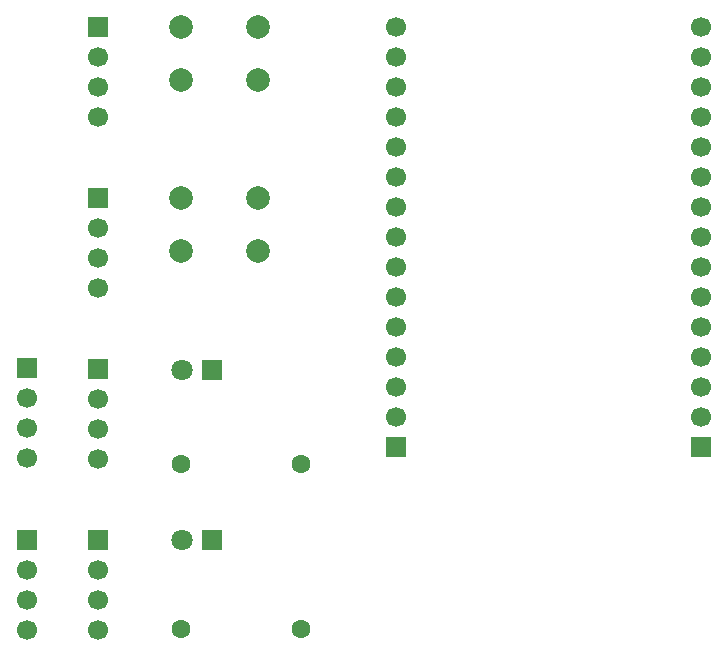
<source format=gbr>
%TF.GenerationSoftware,KiCad,Pcbnew,9.0.3*%
%TF.CreationDate,2025-07-25T18:40:56+02:00*%
%TF.ProjectId,power_control.kicad_proj,706f7765-725f-4636-9f6e-74726f6c2e6b,rev?*%
%TF.SameCoordinates,Original*%
%TF.FileFunction,Soldermask,Bot*%
%TF.FilePolarity,Negative*%
%FSLAX46Y46*%
G04 Gerber Fmt 4.6, Leading zero omitted, Abs format (unit mm)*
G04 Created by KiCad (PCBNEW 9.0.3) date 2025-07-25 18:40:56*
%MOMM*%
%LPD*%
G01*
G04 APERTURE LIST*
%ADD10C,1.600000*%
%ADD11R,1.800000X1.800000*%
%ADD12C,1.800000*%
%ADD13R,1.700000X1.700000*%
%ADD14C,1.700000*%
%ADD15C,2.000000*%
G04 APERTURE END LIST*
D10*
%TO.C,R1*%
X57020000Y-97460000D03*
X67180000Y-97460000D03*
%TD*%
D11*
%TO.C,PWR*%
X59600000Y-89960000D03*
D12*
X57060000Y-89960000D03*
%TD*%
D10*
%TO.C,R2*%
X57020000Y-83460000D03*
X67180000Y-83460000D03*
%TD*%
D11*
%TO.C,HDD*%
X59600000Y-75500000D03*
D12*
X57060000Y-75500000D03*
%TD*%
D13*
%TO.C,5V*%
X44000000Y-75380000D03*
D14*
X44000000Y-77920000D03*
X44000000Y-80460000D03*
X44000000Y-83000000D03*
%TD*%
D13*
%TO.C,J7*%
X75225000Y-82080000D03*
D14*
X75225000Y-79540000D03*
X75225000Y-77000000D03*
X75225000Y-74460000D03*
X75225000Y-71920000D03*
X75225000Y-69380000D03*
X75225000Y-66840000D03*
X75225000Y-64300000D03*
X75225000Y-61760000D03*
X75225000Y-59220000D03*
X75225000Y-56680000D03*
X75225000Y-54140000D03*
X75225000Y-51600000D03*
X75225000Y-49060000D03*
X75225000Y-46520000D03*
%TD*%
D15*
%TO.C,RST*%
X63500000Y-51000000D03*
X57000000Y-51000000D03*
X63500000Y-46500000D03*
X57000000Y-46500000D03*
%TD*%
D13*
%TO.C,GND*%
X44000000Y-89960000D03*
D14*
X44000000Y-92500000D03*
X44000000Y-95040000D03*
X44000000Y-97580000D03*
%TD*%
D13*
%TO.C,RST*%
X50000000Y-46500000D03*
D14*
X50000000Y-49040000D03*
X50000000Y-51580000D03*
X50000000Y-54120000D03*
%TD*%
D13*
%TO.C,PWR*%
X50000000Y-60960000D03*
D14*
X50000000Y-63500000D03*
X50000000Y-66040000D03*
X50000000Y-68580000D03*
%TD*%
D13*
%TO.C,HDD*%
X50000000Y-75420000D03*
D14*
X50000000Y-77960000D03*
X50000000Y-80500000D03*
X50000000Y-83040000D03*
%TD*%
D13*
%TO.C,J8*%
X101000000Y-82080000D03*
D14*
X101000000Y-79540000D03*
X101000000Y-77000000D03*
X101000000Y-74460000D03*
X101000000Y-71920000D03*
X101000000Y-69380000D03*
X101000000Y-66840000D03*
X101000000Y-64300000D03*
X101000000Y-61760000D03*
X101000000Y-59220000D03*
X101000000Y-56680000D03*
X101000000Y-54140000D03*
X101000000Y-51600000D03*
X101000000Y-49060000D03*
X101000000Y-46520000D03*
%TD*%
D15*
%TO.C,PWR*%
X63500000Y-65500000D03*
X57000000Y-65500000D03*
X63500000Y-61000000D03*
X57000000Y-61000000D03*
%TD*%
D13*
%TO.C,PWR*%
X50000000Y-89960000D03*
D14*
X50000000Y-92500000D03*
X50000000Y-95040000D03*
X50000000Y-97580000D03*
%TD*%
M02*

</source>
